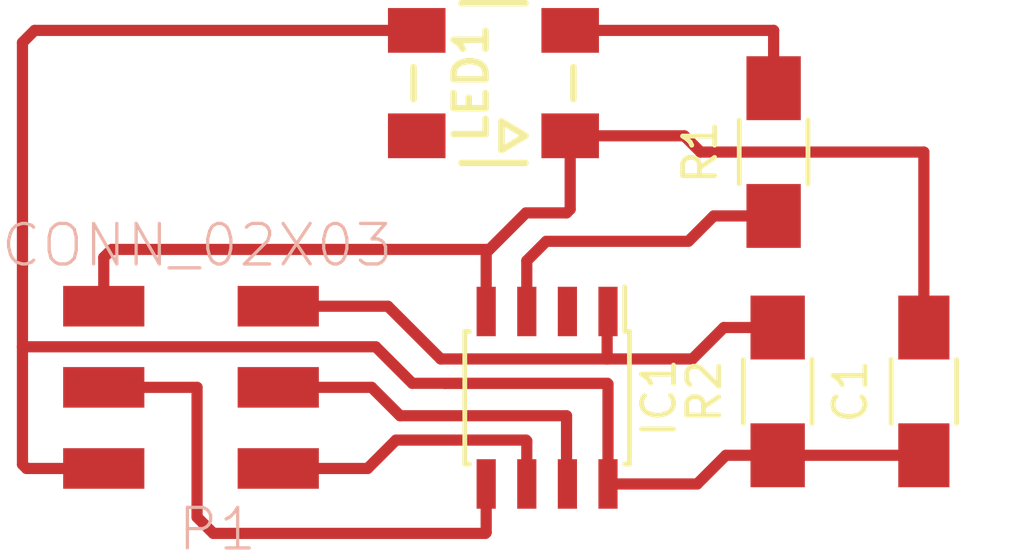
<source format=kicad_pcb>
(kicad_pcb (version 4) (host pcbnew 4.0.4-stable)

  (general
    (links 14)
    (no_connects 0)
    (area 149.871667 103.662619 182.318 122.5518)
    (thickness 1.6)
    (drawings 0)
    (tracks 66)
    (zones 0)
    (modules 6)
    (nets 11)
  )

  (page A4)
  (layers
    (0 F.Cu signal)
    (31 B.Cu signal)
    (32 B.Adhes user)
    (33 F.Adhes user)
    (34 B.Paste user)
    (35 F.Paste user)
    (36 B.SilkS user)
    (37 F.SilkS user)
    (38 B.Mask user)
    (39 F.Mask user)
    (40 Dwgs.User user)
    (41 Cmts.User user)
    (42 Eco1.User user)
    (43 Eco2.User user)
    (44 Edge.Cuts user)
    (45 Margin user)
    (46 B.CrtYd user)
    (47 F.CrtYd user)
    (48 B.Fab user)
    (49 F.Fab user)
  )

  (setup
    (last_trace_width 0.35)
    (trace_clearance 0.2)
    (zone_clearance 0.508)
    (zone_45_only no)
    (trace_min 0.2)
    (segment_width 0.2)
    (edge_width 0.15)
    (via_size 0.6)
    (via_drill 0.4)
    (via_min_size 0.4)
    (via_min_drill 0.3)
    (uvia_size 0.3)
    (uvia_drill 0.1)
    (uvias_allowed no)
    (uvia_min_size 0.2)
    (uvia_min_drill 0.1)
    (pcb_text_width 0.3)
    (pcb_text_size 1.5 1.5)
    (mod_edge_width 0.15)
    (mod_text_size 1 1)
    (mod_text_width 0.15)
    (pad_size 1.524 1.524)
    (pad_drill 0.762)
    (pad_to_mask_clearance 0.2)
    (aux_axis_origin 0 0)
    (visible_elements FFFFFF7F)
    (pcbplotparams
      (layerselection 0x00030_80000001)
      (usegerberextensions false)
      (excludeedgelayer true)
      (linewidth 0.100000)
      (plotframeref false)
      (viasonmask false)
      (mode 1)
      (useauxorigin false)
      (hpglpennumber 1)
      (hpglpenspeed 20)
      (hpglpendiameter 15)
      (hpglpenoverlay 2)
      (psnegative false)
      (psa4output false)
      (plotreference true)
      (plotvalue true)
      (plotinvisibletext false)
      (padsonsilk false)
      (subtractmaskfromsilk false)
      (outputformat 1)
      (mirror false)
      (drillshape 1)
      (scaleselection 1)
      (outputdirectory ""))
  )

  (net 0 "")
  (net 1 VDD)
  (net 2 GND)
  (net 3 /RST)
  (net 4 "Net-(IC1-Pad2)")
  (net 5 "Net-(IC1-Pad3)")
  (net 6 /MOSI)
  (net 7 /MISO)
  (net 8 /SCK)
  (net 9 "Net-(LED1-Pad4)")
  (net 10 "Net-(LED1-Pad2)")

  (net_class Default "This is the default net class."
    (clearance 0.2)
    (trace_width 0.35)
    (via_dia 0.6)
    (via_drill 0.4)
    (uvia_dia 0.3)
    (uvia_drill 0.1)
    (add_net /MISO)
    (add_net /MOSI)
    (add_net /RST)
    (add_net /SCK)
    (add_net GND)
    (add_net "Net-(IC1-Pad2)")
    (add_net "Net-(IC1-Pad3)")
    (add_net "Net-(LED1-Pad2)")
    (add_net "Net-(LED1-Pad4)")
    (add_net VDD)
  )

  (module fab-2X03SMD (layer F.Cu) (tedit 200000) (tstamp 57EB73E2)
    (at 156.21 116.84 180)
    (path /57EA9496)
    (attr smd)
    (fp_text reference P1 (at -0.635 -4.445 180) (layer B.SilkS)
      (effects (font (size 1.27 1.27) (thickness 0.1016)))
    )
    (fp_text value CONN_02X03 (at 0 4.445 180) (layer B.SilkS)
      (effects (font (size 1.27 1.27) (thickness 0.1016)))
    )
    (pad 1 smd rect (at -2.54 -2.54 180) (size 2.54 1.27) (layers F.Cu F.Paste F.Mask)
      (net 7 /MISO))
    (pad 2 smd rect (at 2.91846 -2.54 180) (size 2.54 1.27) (layers F.Cu F.Paste F.Mask)
      (net 1 VDD))
    (pad 3 smd rect (at -2.54 0 180) (size 2.54 1.27) (layers F.Cu F.Paste F.Mask)
      (net 8 /SCK))
    (pad 4 smd rect (at 2.91846 0 180) (size 2.54 1.27) (layers F.Cu F.Paste F.Mask)
      (net 6 /MOSI))
    (pad 5 smd rect (at -2.54 2.54 180) (size 2.54 1.27) (layers F.Cu F.Paste F.Mask)
      (net 3 /RST))
    (pad 6 smd rect (at 2.91846 2.54 180) (size 2.54 1.27) (layers F.Cu F.Paste F.Mask)
      (net 2 GND))
    (model /Users/vjmdupuis/Downloads/hello_ws2812b/parts/conn_2x3_smd.wrl
      (at (xyz 0 0.3 0))
      (scale (xyz 0.393701 0.393701 0.393701))
      (rotate (xyz -90 0 90))
    )
  )

  (module Capacitors_SMD:C_1206_HandSoldering (layer F.Cu) (tedit 541A9C03) (tstamp 57EAA11F)
    (at 178.943 116.967 90)
    (descr "Capacitor SMD 1206, hand soldering")
    (tags "capacitor 1206")
    (path /57EAA041)
    (attr smd)
    (fp_text reference C1 (at 0 -2.3 90) (layer F.SilkS)
      (effects (font (size 1 1) (thickness 0.15)))
    )
    (fp_text value 1u (at 0 2.3 90) (layer F.Fab)
      (effects (font (size 1 1) (thickness 0.15)))
    )
    (fp_line (start -3.3 -1.15) (end 3.3 -1.15) (layer F.CrtYd) (width 0.05))
    (fp_line (start -3.3 1.15) (end 3.3 1.15) (layer F.CrtYd) (width 0.05))
    (fp_line (start -3.3 -1.15) (end -3.3 1.15) (layer F.CrtYd) (width 0.05))
    (fp_line (start 3.3 -1.15) (end 3.3 1.15) (layer F.CrtYd) (width 0.05))
    (fp_line (start 1 -1.025) (end -1 -1.025) (layer F.SilkS) (width 0.15))
    (fp_line (start -1 1.025) (end 1 1.025) (layer F.SilkS) (width 0.15))
    (pad 1 smd rect (at -2 0 90) (size 2 1.6) (layers F.Cu F.Paste F.Mask)
      (net 1 VDD))
    (pad 2 smd rect (at 2 0 90) (size 2 1.6) (layers F.Cu F.Paste F.Mask)
      (net 2 GND))
    (model Capacitors_SMD.3dshapes/C_1206_HandSoldering.wrl
      (at (xyz 0 0 0))
      (scale (xyz 1 1 1))
      (rotate (xyz 0 0 0))
    )
  )

  (module Resistors_SMD:R_1206_HandSoldering (layer F.Cu) (tedit 5418A20D) (tstamp 57EAA143)
    (at 174.244 109.474 90)
    (descr "Resistor SMD 1206, hand soldering")
    (tags "resistor 1206")
    (path /57EA9DC5)
    (attr smd)
    (fp_text reference R1 (at 0 -2.3 90) (layer F.SilkS)
      (effects (font (size 1 1) (thickness 0.15)))
    )
    (fp_text value 100 (at 0 2.3 90) (layer F.Fab)
      (effects (font (size 1 1) (thickness 0.15)))
    )
    (fp_line (start -3.3 -1.2) (end 3.3 -1.2) (layer F.CrtYd) (width 0.05))
    (fp_line (start -3.3 1.2) (end 3.3 1.2) (layer F.CrtYd) (width 0.05))
    (fp_line (start -3.3 -1.2) (end -3.3 1.2) (layer F.CrtYd) (width 0.05))
    (fp_line (start 3.3 -1.2) (end 3.3 1.2) (layer F.CrtYd) (width 0.05))
    (fp_line (start 1 1.075) (end -1 1.075) (layer F.SilkS) (width 0.15))
    (fp_line (start -1 -1.075) (end 1 -1.075) (layer F.SilkS) (width 0.15))
    (pad 1 smd rect (at -2 0 90) (size 2 1.7) (layers F.Cu F.Paste F.Mask)
      (net 5 "Net-(IC1-Pad3)"))
    (pad 2 smd rect (at 2 0 90) (size 2 1.7) (layers F.Cu F.Paste F.Mask)
      (net 9 "Net-(LED1-Pad4)"))
    (model Resistors_SMD.3dshapes/R_1206_HandSoldering.wrl
      (at (xyz 0 0 0))
      (scale (xyz 1 1 1))
      (rotate (xyz 0 0 0))
    )
  )

  (module Resistors_SMD:R_1206_HandSoldering (layer F.Cu) (tedit 5418A20D) (tstamp 57EAA149)
    (at 174.371 116.967 90)
    (descr "Resistor SMD 1206, hand soldering")
    (tags "resistor 1206")
    (path /57EAA008)
    (attr smd)
    (fp_text reference R2 (at 0 -2.3 90) (layer F.SilkS)
      (effects (font (size 1 1) (thickness 0.15)))
    )
    (fp_text value 10k (at 0 2.3 90) (layer F.Fab)
      (effects (font (size 1 1) (thickness 0.15)))
    )
    (fp_line (start -3.3 -1.2) (end 3.3 -1.2) (layer F.CrtYd) (width 0.05))
    (fp_line (start -3.3 1.2) (end 3.3 1.2) (layer F.CrtYd) (width 0.05))
    (fp_line (start -3.3 -1.2) (end -3.3 1.2) (layer F.CrtYd) (width 0.05))
    (fp_line (start 3.3 -1.2) (end 3.3 1.2) (layer F.CrtYd) (width 0.05))
    (fp_line (start 1 1.075) (end -1 1.075) (layer F.SilkS) (width 0.15))
    (fp_line (start -1 -1.075) (end 1 -1.075) (layer F.SilkS) (width 0.15))
    (pad 1 smd rect (at -2 0 90) (size 2 1.7) (layers F.Cu F.Paste F.Mask)
      (net 1 VDD))
    (pad 2 smd rect (at 2 0 90) (size 2 1.7) (layers F.Cu F.Paste F.Mask)
      (net 3 /RST))
    (model Resistors_SMD.3dshapes/R_1206_HandSoldering.wrl
      (at (xyz 0 0 0))
      (scale (xyz 1 1 1))
      (rotate (xyz 0 0 0))
    )
  )

  (module Housings_SOIC:SOIC-8_3.9x4.9mm_Pitch1.27mm (layer F.Cu) (tedit 54130A77) (tstamp 57EAA2A5)
    (at 167.158571 117.165 270)
    (descr "8-Lead Plastic Small Outline (SN) - Narrow, 3.90 mm Body [SOIC] (see Microchip Packaging Specification 00000049BS.pdf)")
    (tags "SOIC 1.27")
    (path /57EA8B78)
    (attr smd)
    (fp_text reference IC1 (at 0 -3.5 270) (layer F.SilkS)
      (effects (font (size 1 1) (thickness 0.15)))
    )
    (fp_text value ATTINY85-S (at 0 3.5 270) (layer F.Fab)
      (effects (font (size 1 1) (thickness 0.15)))
    )
    (fp_line (start -3.75 -2.75) (end -3.75 2.75) (layer F.CrtYd) (width 0.05))
    (fp_line (start 3.75 -2.75) (end 3.75 2.75) (layer F.CrtYd) (width 0.05))
    (fp_line (start -3.75 -2.75) (end 3.75 -2.75) (layer F.CrtYd) (width 0.05))
    (fp_line (start -3.75 2.75) (end 3.75 2.75) (layer F.CrtYd) (width 0.05))
    (fp_line (start -2.075 -2.575) (end -2.075 -2.43) (layer F.SilkS) (width 0.15))
    (fp_line (start 2.075 -2.575) (end 2.075 -2.43) (layer F.SilkS) (width 0.15))
    (fp_line (start 2.075 2.575) (end 2.075 2.43) (layer F.SilkS) (width 0.15))
    (fp_line (start -2.075 2.575) (end -2.075 2.43) (layer F.SilkS) (width 0.15))
    (fp_line (start -2.075 -2.575) (end 2.075 -2.575) (layer F.SilkS) (width 0.15))
    (fp_line (start -2.075 2.575) (end 2.075 2.575) (layer F.SilkS) (width 0.15))
    (fp_line (start -2.075 -2.43) (end -3.475 -2.43) (layer F.SilkS) (width 0.15))
    (pad 1 smd rect (at -2.7 -1.905 270) (size 1.55 0.6) (layers F.Cu F.Paste F.Mask)
      (net 3 /RST))
    (pad 2 smd rect (at -2.7 -0.635 270) (size 1.55 0.6) (layers F.Cu F.Paste F.Mask)
      (net 4 "Net-(IC1-Pad2)"))
    (pad 3 smd rect (at -2.7 0.635 270) (size 1.55 0.6) (layers F.Cu F.Paste F.Mask)
      (net 5 "Net-(IC1-Pad3)"))
    (pad 4 smd rect (at -2.7 1.905 270) (size 1.55 0.6) (layers F.Cu F.Paste F.Mask)
      (net 2 GND))
    (pad 5 smd rect (at 2.7 1.905 270) (size 1.55 0.6) (layers F.Cu F.Paste F.Mask)
      (net 6 /MOSI))
    (pad 6 smd rect (at 2.7 0.635 270) (size 1.55 0.6) (layers F.Cu F.Paste F.Mask)
      (net 7 /MISO))
    (pad 7 smd rect (at 2.7 -0.635 270) (size 1.55 0.6) (layers F.Cu F.Paste F.Mask)
      (net 8 /SCK))
    (pad 8 smd rect (at 2.7 -1.905 270) (size 1.55 0.6) (layers F.Cu F.Paste F.Mask)
      (net 1 VDD))
    (model Housings_SOIC.3dshapes/SOIC-8_3.9x4.9mm_Pitch1.27mm.wrl
      (at (xyz 0 0 0))
      (scale (xyz 1 1 1))
      (rotate (xyz 0 0 0))
    )
  )

  (module parts:WS2812B_PP (layer F.Cu) (tedit 548246DF) (tstamp 57EB73DB)
    (at 165.481 107.315 270)
    (path /57EA9390)
    (fp_text reference LED1 (at 0 0.7 270) (layer F.SilkS)
      (effects (font (size 1 1) (thickness 0.2)))
    )
    (fp_text value WS2812B (at 0 4.85 270) (layer F.SilkS) hide
      (effects (font (size 1 1) (thickness 0.2)))
    )
    (fp_line (start 1.65 -1) (end 1.2 -0.25) (layer F.SilkS) (width 0.2032))
    (fp_line (start 1.2 -0.25) (end 2.1 -0.25) (layer F.SilkS) (width 0.2032))
    (fp_line (start 2.1 -0.25) (end 1.65 -1) (layer F.SilkS) (width 0.2032))
    (fp_line (start -2.5 -1) (end -2.5 1) (layer F.SilkS) (width 0.2032))
    (fp_line (start -0.5 2.5) (end 0.5 2.5) (layer F.SilkS) (width 0.2032))
    (fp_line (start 2.5 -1) (end 2.5 1) (layer F.SilkS) (width 0.2032))
    (fp_line (start -0.5 -2.5) (end 0.5 -2.5) (layer F.SilkS) (width 0.2032))
    (fp_line (start 2.1 2.5) (end 2.5 2.5) (layer Dwgs.User) (width 0.2032))
    (fp_line (start -1.2 2.5) (end 1.2 2.5) (layer Dwgs.User) (width 0.2032))
    (fp_line (start -2.5 2.5) (end -2.1 2.5) (layer Dwgs.User) (width 0.2032))
    (fp_line (start 2.1 -2.5) (end 2.5 -2.5) (layer Dwgs.User) (width 0.2032))
    (fp_line (start -1.2 -2.5) (end 1.2 -2.5) (layer Dwgs.User) (width 0.2032))
    (fp_line (start -2.5 -2.5) (end -2.1 -2.5) (layer Dwgs.User) (width 0.2032))
    (fp_line (start -2.1 -2.7) (end -1.2 -2.7) (layer Dwgs.User) (width 0.2032))
    (fp_line (start -1.2 -2.7) (end -1.2 -1.8) (layer Dwgs.User) (width 0.2032))
    (fp_line (start -1.2 -1.8) (end -2.1 -1.8) (layer Dwgs.User) (width 0.2032))
    (fp_line (start -2.1 -1.8) (end -2.1 -2.7) (layer Dwgs.User) (width 0.2032))
    (fp_line (start 2.1 -2.7) (end 1.2 -2.7) (layer Dwgs.User) (width 0.2032))
    (fp_line (start 1.2 -2.7) (end 1.2 -1.8) (layer Dwgs.User) (width 0.2032))
    (fp_line (start 1.2 -1.8) (end 2.1 -1.8) (layer Dwgs.User) (width 0.2032))
    (fp_line (start 2.1 -1.8) (end 2.1 -2.7) (layer Dwgs.User) (width 0.2032))
    (fp_line (start -2.1 2.7) (end -2.1 1.8) (layer Dwgs.User) (width 0.2))
    (fp_line (start -2.1 1.8) (end -1.2 1.8) (layer Dwgs.User) (width 0.2))
    (fp_line (start -1.2 1.8) (end -1.2 2.7) (layer Dwgs.User) (width 0.2))
    (fp_line (start -1.2 2.7) (end -2.1 2.7) (layer Dwgs.User) (width 0.2))
    (fp_line (start 1.2 2.7) (end 1.2 1.8) (layer Dwgs.User) (width 0.2))
    (fp_line (start 1.2 1.8) (end 2.1 1.8) (layer Dwgs.User) (width 0.2))
    (fp_line (start 2.1 1.8) (end 2.1 2.7) (layer Dwgs.User) (width 0.2))
    (fp_line (start 2.1 2.7) (end 1.2 2.7) (layer Dwgs.User) (width 0.2))
    (fp_line (start 2.5 -2.5) (end 2.5 2.5) (layer Dwgs.User) (width 0.2))
    (fp_line (start -2.49936 2.49936) (end -2.49936 -2.49936) (layer Dwgs.User) (width 0.2))
    (pad 3 smd rect (at 1.65 -2.4 270) (size 1.4 1.8) (layers F.Cu F.Paste F.Mask)
      (net 2 GND))
    (pad 4 smd rect (at -1.65 -2.4 270) (size 1.4 1.8) (layers F.Cu F.Paste F.Mask)
      (net 9 "Net-(LED1-Pad4)"))
    (pad 1 smd rect (at -1.65 2.4 270) (size 1.4 1.8) (layers F.Cu F.Paste F.Mask)
      (net 1 VDD))
    (pad 2 smd rect (at 1.65 2.4 270) (size 1.4 1.8) (layers F.Cu F.Paste F.Mask)
      (net 10 "Net-(LED1-Pad2)"))
    (model /Users/vjmdupuis/Downloads/hello_ws2812b/parts/WS2812B_PP.wrl
      (at (xyz 0 0 0))
      (scale (xyz 0.393701 0.393701 0.393701))
      (rotate (xyz 0 0 0))
    )
  )

  (segment (start 150.749 115.57) (end 150.749 106.045) (width 0.35) (layer F.Cu) (net 1))
  (segment (start 151.129 105.665) (end 163.081 105.665) (width 0.35) (layer F.Cu) (net 1) (tstamp 5809D267))
  (segment (start 150.749 106.045) (end 151.129 105.665) (width 0.35) (layer F.Cu) (net 1) (tstamp 5809D263))
  (segment (start 174.371 118.967) (end 178.943 118.967) (width 0.35) (layer F.Cu) (net 1))
  (segment (start 169.063571 119.865) (end 171.854 119.865) (width 0.35) (layer F.Cu) (net 1))
  (segment (start 172.752 118.967) (end 174.371 118.967) (width 0.35) (layer F.Cu) (net 1) (tstamp 5809D17D))
  (segment (start 171.854 119.865) (end 172.752 118.967) (width 0.35) (layer F.Cu) (net 1) (tstamp 5809D17A))
  (segment (start 169.063571 119.865) (end 169.063571 116.739571) (width 0.35) (layer F.Cu) (net 1))
  (segment (start 169.063571 116.739571) (end 169.037 116.713) (width 0.35) (layer F.Cu) (net 1) (tstamp 5809D149))
  (segment (start 169.037 116.713) (end 163.957 116.713) (width 0.35) (layer F.Cu) (net 1) (tstamp 5809D151))
  (segment (start 153.29154 119.38) (end 150.876 119.38) (width 0.35) (layer F.Cu) (net 1))
  (segment (start 169.037 116.713) (end 169.063571 116.739571) (width 0.35) (layer F.Cu) (net 1) (tstamp 5809D142))
  (segment (start 162.941 116.713) (end 163.957 116.713) (width 0.35) (layer F.Cu) (net 1) (tstamp 5809D136))
  (segment (start 163.957 116.713) (end 169.037 116.713) (width 0.35) (layer F.Cu) (net 1) (tstamp 5809D155))
  (segment (start 161.798 115.57) (end 162.941 116.713) (width 0.35) (layer F.Cu) (net 1) (tstamp 5809D130))
  (segment (start 150.749 115.57) (end 161.798 115.57) (width 0.35) (layer F.Cu) (net 1) (tstamp 5809D12E))
  (segment (start 150.749 119.253) (end 150.749 115.57) (width 0.35) (layer F.Cu) (net 1) (tstamp 5809D129))
  (segment (start 150.876 119.38) (end 150.749 119.253) (width 0.35) (layer F.Cu) (net 1) (tstamp 5809D127))
  (segment (start 165.253571 112.548571) (end 165.327429 112.548571) (width 0.35) (layer F.Cu) (net 2))
  (segment (start 167.881 111.265) (end 167.881 108.965) (width 0.35) (layer F.Cu) (net 2) (tstamp 5809D33B))
  (segment (start 167.767 111.379) (end 167.881 111.265) (width 0.35) (layer F.Cu) (net 2) (tstamp 5809D33A))
  (segment (start 166.497 111.379) (end 167.767 111.379) (width 0.35) (layer F.Cu) (net 2) (tstamp 5809D336))
  (segment (start 165.327429 112.548571) (end 166.497 111.379) (width 0.35) (layer F.Cu) (net 2) (tstamp 5809D332))
  (segment (start 167.881 108.965) (end 171.449 108.965) (width 0.35) (layer F.Cu) (net 2))
  (segment (start 171.449 108.965) (end 171.958 109.474) (width 0.35) (layer F.Cu) (net 2) (tstamp 5809D2FE))
  (segment (start 171.958 109.474) (end 178.943 109.474) (width 0.35) (layer F.Cu) (net 2) (tstamp 5809D300))
  (segment (start 178.943 109.474) (end 178.943 114.967) (width 0.35) (layer F.Cu) (net 2) (tstamp 5809D304))
  (segment (start 153.29154 114.3) (end 153.29154 112.77346) (width 0.35) (layer F.Cu) (net 2))
  (segment (start 165.253571 112.548571) (end 165.253571 114.465) (width 0.35) (layer F.Cu) (net 2) (tstamp 5809D20C))
  (segment (start 165.227 112.522) (end 165.253571 112.548571) (width 0.35) (layer F.Cu) (net 2) (tstamp 5809D208))
  (segment (start 153.543 112.522) (end 165.227 112.522) (width 0.35) (layer F.Cu) (net 2) (tstamp 5809D204))
  (segment (start 153.29154 112.77346) (end 153.543 112.522) (width 0.35) (layer F.Cu) (net 2) (tstamp 5809D202))
  (segment (start 169.037 115.951) (end 169.037 114.491571) (width 0.35) (layer F.Cu) (net 3))
  (segment (start 169.037 114.491571) (end 169.063571 114.465) (width 0.35) (layer F.Cu) (net 3) (tstamp 5809D359))
  (segment (start 158.75 114.3) (end 162.179 114.3) (width 0.35) (layer F.Cu) (net 3))
  (segment (start 163.83 115.951) (end 169.037 115.951) (width 0.35) (layer F.Cu) (net 3) (tstamp 5809D0E5))
  (segment (start 162.179 114.3) (end 163.83 115.951) (width 0.35) (layer F.Cu) (net 3) (tstamp 5809D0E1))
  (segment (start 169.037 115.951) (end 169.063571 115.924429) (width 0.35) (layer F.Cu) (net 3) (tstamp 5809D0E8))
  (segment (start 169.063571 115.924429) (end 169.037 115.951) (width 0.35) (layer F.Cu) (net 3) (tstamp 5809D0E9))
  (segment (start 169.037 115.951) (end 171.704 115.951) (width 0.35) (layer F.Cu) (net 3) (tstamp 5809D0EA))
  (segment (start 171.704 115.951) (end 172.688 114.967) (width 0.35) (layer F.Cu) (net 3) (tstamp 5809D0EC))
  (segment (start 172.688 114.967) (end 174.371 114.967) (width 0.35) (layer F.Cu) (net 3) (tstamp 5809D0EF))
  (segment (start 166.523571 114.465) (end 166.523571 112.876429) (width 0.35) (layer F.Cu) (net 5))
  (segment (start 172.371 111.474) (end 174.244 111.474) (width 0.35) (layer F.Cu) (net 5) (tstamp 5809D34D))
  (segment (start 171.577 112.268) (end 172.371 111.474) (width 0.35) (layer F.Cu) (net 5) (tstamp 5809D34C))
  (segment (start 167.132 112.268) (end 171.577 112.268) (width 0.35) (layer F.Cu) (net 5) (tstamp 5809D348))
  (segment (start 166.523571 112.876429) (end 167.132 112.268) (width 0.35) (layer F.Cu) (net 5) (tstamp 5809D343))
  (segment (start 153.29154 116.84) (end 156.21 116.84) (width 0.35) (layer F.Cu) (net 6))
  (segment (start 165.253571 121.385429) (end 165.253571 119.865) (width 0.35) (layer F.Cu) (net 6) (tstamp 5809D1E6))
  (segment (start 165.227 121.412) (end 165.253571 121.385429) (width 0.35) (layer F.Cu) (net 6) (tstamp 5809D1E5))
  (segment (start 156.718 121.412) (end 165.227 121.412) (width 0.35) (layer F.Cu) (net 6) (tstamp 5809D1DF))
  (segment (start 156.21 120.904) (end 156.718 121.412) (width 0.35) (layer F.Cu) (net 6) (tstamp 5809D1DB))
  (segment (start 156.21 116.84) (end 156.21 120.904) (width 0.35) (layer F.Cu) (net 6) (tstamp 5809D1D9))
  (segment (start 158.75 119.38) (end 161.544 119.38) (width 0.35) (layer F.Cu) (net 7))
  (segment (start 166.523571 118.517571) (end 166.523571 119.865) (width 0.35) (layer F.Cu) (net 7) (tstamp 5809D1C9))
  (segment (start 166.497 118.491) (end 166.523571 118.517571) (width 0.35) (layer F.Cu) (net 7) (tstamp 5809D1C7))
  (segment (start 162.433 118.491) (end 166.497 118.491) (width 0.35) (layer F.Cu) (net 7) (tstamp 5809D1C3))
  (segment (start 161.544 119.38) (end 162.433 118.491) (width 0.35) (layer F.Cu) (net 7) (tstamp 5809D1BF))
  (segment (start 167.767 119.838429) (end 167.767 117.729) (width 0.35) (layer F.Cu) (net 8))
  (segment (start 161.671 116.84) (end 162.56 117.729) (width 0.35) (layer F.Cu) (net 8) (tstamp 5809D1A0))
  (segment (start 162.56 117.729) (end 167.767 117.729) (width 0.35) (layer F.Cu) (net 8) (tstamp 5809D1A7))
  (segment (start 161.671 116.84) (end 158.75 116.84) (width 0.35) (layer F.Cu) (net 8))
  (segment (start 167.767 119.838429) (end 167.793571 119.865) (width 0.35) (layer F.Cu) (net 8) (tstamp 5809D1B0))
  (segment (start 167.881 105.665) (end 174.243 105.665) (width 0.35) (layer F.Cu) (net 9))
  (segment (start 174.244 105.666) (end 174.244 107.474) (width 0.35) (layer F.Cu) (net 9) (tstamp 5809D2EC))
  (segment (start 174.243 105.665) (end 174.244 105.666) (width 0.35) (layer F.Cu) (net 9) (tstamp 5809D2E8))

)

</source>
